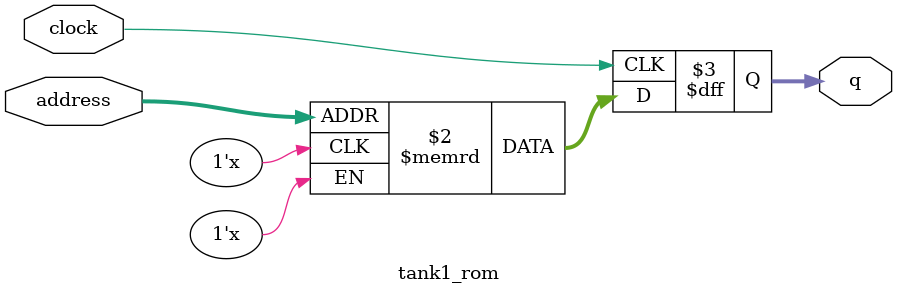
<source format=sv>
module tank1_rom (
	input logic clock,
	input logic [10:0] address,
	output logic [3:0] q
);

logic [3:0] memory [0:1295] /* synthesis ram_init_file = "./tank1/tank1.mif" */;

always_ff @ (posedge clock) begin
	q <= memory[address];
end

endmodule






</source>
